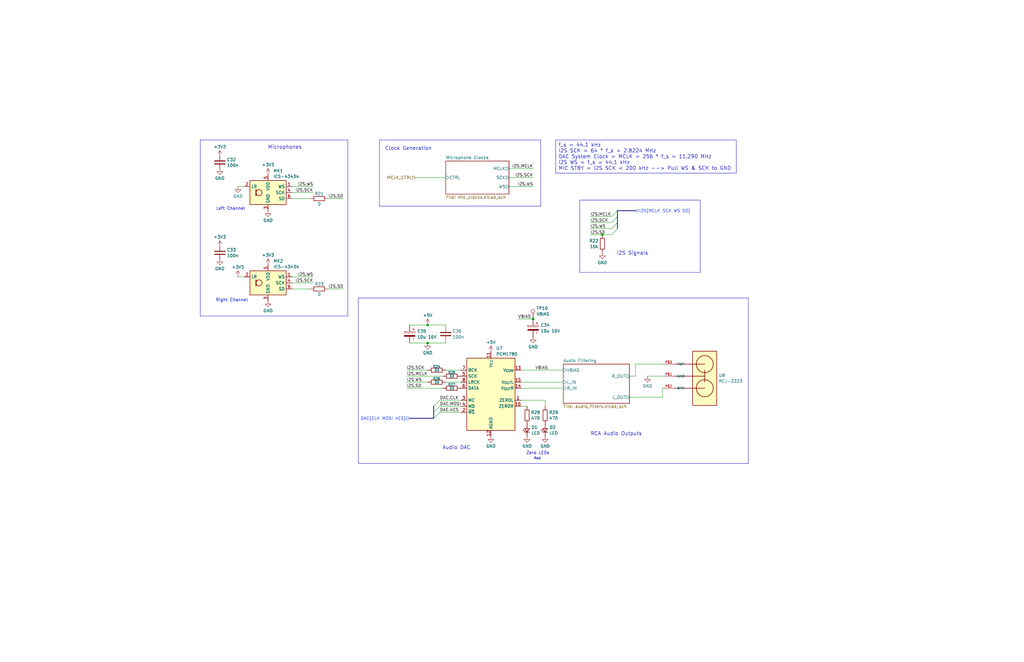
<source format=kicad_sch>
(kicad_sch (version 20231120) (generator "eeschema") (generator_version "8.0")
  (paper "B")
  (title_block (title "Camera Testing Board") (date "2024-10-19") (rev "1") (comment 1 "E. Eidt"))
  (lib_symbols
    (symbol "Audio:PCM1780"
      (property "Reference" "U" (at -9.652 16.764 0))
      (property "Value" "PCM1780" (at 12.192 16.764 0))
      (symbol "PCM1780_1_1"
        (rectangle (start -10.16 15.24) (end 10.16 -15.24) (stroke (width 0.254)) (fill (type background)))
        (pin output line (at 12.7 -2.54 180) (length 2.54) (name "ZEROL") (number "1"))
        (pin no_connect line (at 10.16 -10.16 180) (length 2.54) hide (name "NC") (number "10"))
        (pin power_in line (at 0 17.78 270) (length 2.54) (name "Vcc") (number "11"))
        (pin power_in line (at 0 -17.78 90) (length 2.54) (name "AGND") (number "12"))
        (pin output line (at 12.7 10.16 180) (length 2.54) (name "V_{COM}") (number "13"))
        (pin output line (at 12.7 2.54 180) (length 2.54) (name "V_{OUT}R") (number "14"))
        (pin output line (at 12.7 5.08 180) (length 2.54) (name "V_{OUT}L") (number "15"))
        (pin output line (at 12.7 -5.08 180) (length 2.54) (name "ZEROR") (number "16"))
        (pin input line (at -12.7 -7.62 0) (length 2.54) (name "~{MS}") (number "2"))
        (pin input line (at -12.7 -2.54 0) (length 2.54) (name "MC") (number "3"))
        (pin input line (at -12.7 -5.08 0) (length 2.54) (name "MD") (number "4"))
        (pin input line (at -12.7 7.62 0) (length 2.54) (name "SCK") (number "5"))
        (pin input line (at -12.7 2.54 0) (length 2.54) (name "DATA") (number "6"))
        (pin input line (at -12.7 10.16 0) (length 2.54) (name "BCK") (number "7"))
        (pin input line (at -12.7 5.08 0) (length 2.54) (name "LRCK") (number "8"))
        (pin no_connect line (at 10.16 -12.7 180) (length 2.54) hide (name "NC") (number "9"))
      )
    )
    (symbol "Connector:TestPoint" (pin_numbers hide) (pin_names (offset 0.762) hide)
      (property "Reference" "TP" (at 0 6.858 0))
      (property "Value" "TestPoint" (at 0 5.08 0))
      (symbol "TestPoint_0_1"
        (circle (center 0 3.302) (radius 0.762))
      )
      (symbol "TestPoint_1_1"
        (pin passive line (at 0 0 90) (length 2.54) (name "1") (number "1"))
      )
    )
    (symbol "Device:LED_Small" (pin_numbers hide) (pin_names (offset 0.254) hide)
      (property "Reference" "D" (at -1.27 3.175 0))
      (property "Value" "LED_Small" (at -4.445 -2.54 0))
      (symbol "LED_Small_0_1"
        (polyline (pts (xy -0.762 -1.016) (xy -0.762 1.016)) (stroke (width 0.254)))
        (polyline (pts (xy 1.016 0) (xy -0.762 0)))
        (polyline (pts (xy 0.762 -1.016) (xy -0.762 0) (xy 0.762 1.016) (xy 0.762 -1.016)) (stroke (width 0.254)))
        (polyline (pts (xy 0 0.762) (xy -0.508 1.27) (xy -0.254 1.27) (xy -0.508 1.27) (xy -0.508 1.016)))
        (polyline (pts (xy 0.508 1.27) (xy 0 1.778) (xy 0.254 1.778) (xy 0 1.778) (xy 0 1.524)))
      )
      (symbol "LED_Small_1_1"
        (pin passive line (at -2.54 0 0) (length 1.778) (name "K") (number "1"))
        (pin passive line (at 2.54 0 180) (length 1.778) (name "A") (number "2"))
      )
    )
    (symbol "Dual-RCA:RCJ-2223" (pin_names (offset 1.016))
      (property "Reference" "U" (at 0 0 0))
      (property "Value" "RCJ-2223" (at 0 0 0))
      (symbol "RCJ-2223_0_0"
        (rectangle (start -25.4 -2.1492) (end -15.24 20.7108) (stroke (width 0.254)) (fill (type background)))
        (circle (center -20.32 5.08) (radius 3.5921) (stroke (width 0.254)))
        (circle (center -20.32 15.24) (radius 3.5921) (stroke (width 0.254)))
        (polyline (pts (xy -20.32 5.08) (xy -7.62 5.08)) (stroke (width 0.254)))
        (polyline (pts (xy -20.32 7.62) (xy -20.32 10.16)) (stroke (width 0.254)))
        (polyline (pts (xy -20.32 10.16) (xy -7.62 10.16)) (stroke (width 0.254)))
        (polyline (pts (xy -20.32 12.7) (xy -20.32 10.16)) (stroke (width 0.254)))
        (polyline (pts (xy -20.32 15.24) (xy -7.62 15.24)) (stroke (width 0.254)))
        (pin bidirectional line (at -2.54 5.08 180) (length 5.08) (name "BTM") (number "P$2"))
        (pin bidirectional line (at -2.54 15.24 180) (length 5.08) (name "TOP") (number "P$3"))
      )
      (symbol "RCJ-2223_1_0"
        (pin power_in line (at -2.54 10.16 180) (length 5.08) (name "GND") (number "P$1"))
      )
    )
    (symbol "PCM_SL_Capacitors:100nF_Ceramic"
      (property "Reference" "C" (at 0 6.35 0))
      (property "Value" "100nF_Ceramic" (at 0 3.81 0))
      (symbol "100nF_Ceramic_0_1"
        (rectangle (start -0.762 2.286) (end -0.508 -2.286) (fill (type outline)))
        (rectangle (start 0.508 2.286) (end 0.762 -2.286) (fill (type outline)))
      )
      (symbol "100nF_Ceramic_1_1"
        (pin passive line (at -2.54 0 0) (length 2) (name "~") (number "1"))
        (pin input line (at 2.54 0 180) (length 2) (name "~") (number "2"))
      )
    )
    (symbol "PCM_SL_Capacitors:10uF_16V"
      (property "Reference" "C" (at 0 7.62 0))
      (property "Value" "10uF_16V" (at 0 5.08 0))
      (symbol "10uF_16V_0_0"
        (text "+" (at -2.032 1.524 0) (effects (font (size 1.27 1.27))))
        (text "-" (at 2.032 1.524 0) (effects (font (size 1.27 1.27))))
      )
      (symbol "10uF_16V_0_1"
        (rectangle (start -1.016 -2.286) (end -0.508 2.286))
        (rectangle (start 0.508 -2.286) (end 1.016 2.286) (fill (type outline)))
      )
      (symbol "10uF_16V_1_1"
        (pin passive line (at -3.81 0 0) (length 2.7) (name "~") (number "1"))
        (pin input line (at 3.81 0 180) (length 2.7) (name "~") (number "2"))
      )
    )
    (symbol "PCM_SL_Resistors:0ohm"
      (property "Reference" "R" (at 0 5.08 0))
      (property "Value" "0ohm" (at 0 2.54 0))
      (symbol "0ohm_0_1"
        (rectangle (start -2.286 0.889) (end 2.286 -0.889) (stroke (width 0.24)))
      )
      (symbol "0ohm_1_1"
        (pin passive line (at -3.81 0 0) (length 1.5) (name "") (number "1"))
        (pin passive line (at 3.81 0 180) (length 1.5) (name "~") (number "2"))
      )
    )
    (symbol "PCM_SL_Resistors:10k"
      (property "Reference" "R" (at 0 5.08 0))
      (property "Value" "10k" (at 0 2.54 0))
      (symbol "10k_0_1"
        (rectangle (start -2.286 0.889) (end 2.286 -0.889) (stroke (width 0.24)))
      )
      (symbol "10k_1_1"
        (pin passive line (at -3.81 0 0) (length 1.5) (name "") (number "1"))
        (pin passive line (at 3.81 0 180) (length 1.5) (name "~") (number "2"))
      )
    )
    (symbol "PCM_SL_Resistors:33ohm"
      (property "Reference" "R" (at 0 5.08 0))
      (property "Value" "33ohm" (at 0 2.54 0))
      (symbol "33ohm_0_1"
        (rectangle (start -2.286 0.889) (end 2.286 -0.889) (stroke (width 0.24)))
      )
      (symbol "33ohm_1_1"
        (pin passive line (at -3.81 0 0) (length 1.5) (name "") (number "1"))
        (pin passive line (at 3.81 0 180) (length 1.5) (name "~") (number "2"))
      )
    )
    (symbol "PCM_SL_Resistors:470ohm"
      (property "Reference" "R" (at 0 5.08 0))
      (property "Value" "470ohm" (at 0 2.54 0))
      (symbol "470ohm_0_1"
        (rectangle (start -2.286 0.889) (end 2.286 -0.889) (stroke (width 0.24)))
      )
      (symbol "470ohm_1_1"
        (pin passive line (at -3.81 0 0) (length 1.5) (name "") (number "1"))
        (pin passive line (at 3.81 0 180) (length 1.5) (name "~") (number "2"))
      )
    )
    (symbol "Sensor_Audio:ICS-43434"
      (property "Reference" "MK" (at -7.62 6.35 0))
      (property "Value" "ICS-43434" (at 1.27 6.35 0))
      (symbol "ICS-43434_1_1"
        (rectangle (start -7.62 5.08) (end 7.62 -5.08) (stroke (width 0.254)) (fill (type background)))
        (circle (center -3.81 0) (radius 1.27) (stroke (width 0.254)))
        (polyline (pts (xy -5.08 1.27) (xy -5.08 -1.27)) (stroke (width 0.381)))
        (pin input line (at 10.16 2.54 180) (length 2.54) (name "WS") (number "1"))
        (pin input line (at -10.16 2.54 0) (length 2.54) (name "LR") (number "2"))
        (pin power_in line (at 0 -7.62 90) (length 2.54) (name "GND") (number "3"))
        (pin input line (at 10.16 0 180) (length 2.54) (name "SCK") (number "4"))
        (pin power_in line (at 0 7.62 270) (length 2.54) (name "VDD") (number "5"))
        (pin output line (at 10.16 -2.54 180) (length 2.54) (name "SD") (number "6"))
      )
    )
    (symbol "power:+3V3" (power) (pin_numbers hide) (pin_names (offset 0) hide)
      (property "Value" "+3V3" (at 0 3.556 0))
      (symbol "+3V3_0_1"
        (polyline (pts (xy -0.762 1.27) (xy 0 2.54)))
        (polyline (pts (xy 0 0) (xy 0 2.54)))
        (polyline (pts (xy 0 2.54) (xy 0.762 1.27)))
      )
      (symbol "+3V3_1_1"
        (pin power_in line (at 0 0 90) (length 0) (name "~") (number "1"))
      )
    )
    (symbol "power:+5V" (power) (pin_numbers hide) (pin_names (offset 0) hide)
      (property "Value" "+5V" (at 0 3.556 0))
      (symbol "+5V_0_1"
        (polyline (pts (xy -0.762 1.27) (xy 0 2.54)))
        (polyline (pts (xy 0 0) (xy 0 2.54)))
        (polyline (pts (xy 0 2.54) (xy 0.762 1.27)))
      )
      (symbol "+5V_1_1"
        (pin power_in line (at 0 0 90) (length 0) (name "~") (number "1"))
      )
    )
    (symbol "power:GND" (power) (pin_numbers hide) (pin_names (offset 0) hide)
      (property "Value" "GND" (at 0 -3.81 0))
      (symbol "GND_0_1"
        (polyline (pts (xy 0 0) (xy 0 -1.27) (xy 1.27 -1.27) (xy 0 -2.54) (xy -1.27 -1.27) (xy 0 -1.27)))
      )
      (symbol "GND_1_1"
        (pin power_in line (at 0 0 270) (length 0) (name "~") (number "1"))
      )
    )
  )
  (junction (at 254 99.06))
  (junction (at 180.34 144.78))
  (junction (at 224.79 134.62))
  (junction (at 180.34 137.16))
  (bus_entry (at 260.35 88.9) (size -2.54 2.54))
  (bus_entry (at 260.35 91.44) (size -2.54 2.54))
  (bus_entry (at 260.35 96.52) (size -2.54 2.54))
  (bus_entry (at 182.88 173.99) (size 2.54 -2.54))
  (bus_entry (at 182.88 176.53) (size 2.54 -2.54))
  (bus_entry (at 182.88 171.45) (size 2.54 -2.54))
  (bus_entry (at 260.35 93.98) (size -2.54 2.54))
  (wire (pts (xy 123.19 81.28) (xy 132.08 81.28)))
  (wire (pts (xy 267.97 153.67) (xy 279.4 153.67)))
  (wire (pts (xy 257.81 96.52) (xy 248.92 96.52)))
  (wire (pts (xy 180.34 137.16) (xy 187.96 137.16)))
  (wire (pts (xy 248.92 93.98) (xy 257.81 93.98)))
  (wire (pts (xy 214.63 71.12) (xy 224.79 71.12)))
  (bus (pts (xy 260.35 88.9) (xy 267.97 88.9)))
  (wire (pts (xy 175.26 74.93) (xy 187.96 74.93)))
  (wire (pts (xy 267.97 158.75) (xy 267.97 153.67)))
  (wire (pts (xy 171.45 163.83) (xy 186.69 163.83)))
  (wire (pts (xy 265.43 167.64) (xy 279.4 167.64)))
  (wire (pts (xy 172.72 137.16) (xy 180.34 137.16)))
  (wire (pts (xy 187.96 143.51) (xy 187.96 144.78)))
  (wire (pts (xy 172.72 144.78) (xy 180.34 144.78)))
  (wire (pts (xy 219.71 156.21) (xy 237.49 156.21)))
  (wire (pts (xy 123.19 116.84) (xy 132.08 116.84)))
  (wire (pts (xy 214.63 78.74) (xy 224.79 78.74)))
  (wire (pts (xy 185.42 171.45) (xy 194.31 171.45)))
  (bus (pts (xy 260.35 96.52) (xy 260.35 93.98)))
  (wire (pts (xy 219.71 171.45) (xy 222.25 171.45)))
  (wire (pts (xy 171.45 156.21) (xy 180.34 156.21)))
  (wire (pts (xy 185.42 168.91) (xy 194.31 168.91)))
  (wire (pts (xy 254 99.06) (xy 248.92 99.06)))
  (wire (pts (xy 187.96 137.16) (xy 187.96 138.43)))
  (wire (pts (xy 219.71 161.29) (xy 237.49 161.29)))
  (bus (pts (xy 260.35 91.44) (xy 260.35 88.9)))
  (wire (pts (xy 171.45 158.75) (xy 186.69 158.75)))
  (bus (pts (xy 182.88 173.99) (xy 182.88 176.53)))
  (wire (pts (xy 219.71 163.83) (xy 237.49 163.83)))
  (wire (pts (xy 229.87 168.91) (xy 229.87 171.45)))
  (wire (pts (xy 180.34 144.78) (xy 187.96 144.78)))
  (bus (pts (xy 172.72 176.53) (xy 182.88 176.53)))
  (wire (pts (xy 257.81 99.06) (xy 254 99.06)))
  (wire (pts (xy 218.44 134.62) (xy 224.79 134.62)))
  (wire (pts (xy 123.19 83.82) (xy 130.81 83.82)))
  (wire (pts (xy 123.19 119.38) (xy 132.08 119.38)))
  (wire (pts (xy 273.05 158.75) (xy 279.4 158.75)))
  (bus (pts (xy 182.88 171.45) (xy 182.88 173.99)))
  (wire (pts (xy 248.92 91.44) (xy 257.81 91.44)))
  (wire (pts (xy 123.19 78.74) (xy 132.08 78.74)))
  (wire (pts (xy 138.43 83.82) (xy 144.78 83.82)))
  (wire (pts (xy 214.63 74.93) (xy 224.79 74.93)))
  (wire (pts (xy 265.43 158.75) (xy 267.97 158.75)))
  (wire (pts (xy 138.43 121.92) (xy 144.78 121.92)))
  (wire (pts (xy 185.42 173.99) (xy 194.31 173.99)))
  (wire (pts (xy 187.96 156.21) (xy 194.31 156.21)))
  (wire (pts (xy 123.19 121.92) (xy 130.81 121.92)))
  (wire (pts (xy 279.4 163.83) (xy 279.4 167.64)))
  (wire (pts (xy 171.45 161.29) (xy 180.34 161.29)))
  (wire (pts (xy 100.33 78.74) (xy 102.87 78.74)))
  (wire (pts (xy 219.71 168.91) (xy 229.87 168.91)))
  (wire (pts (xy 100.33 116.84) (xy 102.87 116.84)))
  (wire (pts (xy 187.96 161.29) (xy 194.31 161.29)))
  (bus (pts (xy 260.35 93.98) (xy 260.35 91.44)))
  (rectangle (start 160.02 59.055) (end 227.965 86.995))
  (rectangle (start 151.13 125.73) (end 315.595 195.58))
  (rectangle (start 84.455 59.055) (end 146.685 133.35))
  (rectangle (start 244.475 84.455) (end 295.275 114.935))
  (text_box "f_s = 44.1 kHz\nI2S SCK = 64 * f_s = 2.8224 MHz\nDAC System Clock = MCLK = 256 * f_s = 11.290 MHz\nI2S WS = f_s = 44.1 kHz\nMIC STBY = I2S SCK < 200 kHz --> Pull WS & SCK to GND" (at 234.315 59.055 0) (size 76.2 13.97) (effects (font (size 1.524 1.524)) (justify left top)))
  (text "Right Channel" (at 97.79 126.746 0) (effects (font (size 1.27 1.27))))
  (text "Left Channel" (at 97.282 88.138 0) (effects (font (size 1.27 1.27))))
  (text "Audio DAC" (at 192.532 188.976 0) (effects (font (size 1.524 1.524))))
  (text "Red" (at 226.568 193.548 0) (effects (font (size 1.016 1.016))))
  (text "I2S Signals" (at 266.7 106.934 0) (effects (font (size 1.524 1.524))))
  (text "Microphones" (at 120.142 62.23 0) (effects (font (size 1.524 1.524))))
  (text "RCA Audio Outputs" (at 259.842 183.134 0) (effects (font (size 1.524 1.524))))
  (text "Clock Generation" (at 172.212 62.738 0) (effects (font (size 1.524 1.524))))
  (text "Zero LEDs" (at 226.822 191.262 0) (effects (font (size 1.27 1.27))))
  (label "I2S.WS" (at 171.45 161.29 0))
  (label "DAC.MOSI" (at 185.42 171.45 0))
  (label "I2S.MCLK" (at 224.79 71.12 180))
  (label "I2S.WS" (at 248.92 96.52 0))
  (label "DAC.nCS" (at 185.42 173.99 0))
  (label "I2S.WS" (at 132.08 78.74 180))
  (label "VBIAS" (at 231.14 156.21 180))
  (label "I2S.SCK" (at 248.92 93.98 0))
  (label "I2S.MCLK" (at 171.45 158.75 0))
  (label "I2S.SCK" (at 132.08 81.28 180))
  (label "I2S.SCK" (at 132.08 119.38 180))
  (label "I2S.WS" (at 224.79 78.74 180))
  (label "I2S.SD" (at 144.78 83.82 180))
  (label "I2S.SCK" (at 171.45 156.21 0))
  (label "I2S.SD" (at 171.45 163.83 0))
  (label "VBIAS" (at 218.44 134.62 0))
  (label "I2S.MCLK" (at 248.92 91.44 0))
  (label "I2S.SD" (at 144.78 121.92 180))
  (label "I2S.WS" (at 132.08 116.84 180))
  (label "I2S.SCK" (at 224.79 74.93 180))
  (label "DAC.CLK" (at 185.42 168.91 0))
  (label "I2S.SD" (at 248.92 99.06 0))
  (hierarchical_label "I2S{MCLK SCK WS SD}" (shape bidirectional) (at 267.97 88.9 0))
  (hierarchical_label "MCLK_CTRL" (shape input) (at 175.26 74.93 180))
  (hierarchical_label "DAC{CLK MOSI nCS}" (shape input) (at 172.72 176.53 180))
  (symbol (lib_id "power:+5V") (at 207.01 148.59 0) (unit 1)
    (property "Reference" "#PWR070" (effects (hide yes)))
    (property "Value" "+5V" (at 207.01 144.4569 0))
    (property "Description" "Power symbol creates a global label with name \"+5V\"" (effects (hide yes)))
  )
  (symbol (lib_id "power:GND") (at 207.01 184.15 0) (unit 1)
    (property "Reference" "#PWR072" (effects (hide yes)))
    (property "Value" "GND" (at 207.01 188.2831 0))
    (property "Description" "Power symbol creates a global label with name \"GND\" , ground" (effects (hide yes)))
  )
  (symbol (lib_id "power:+3V3") (at 113.03 73.66 0) (unit 1)
    (property "Reference" "#PWR058" (effects (hide yes)))
    (property "Value" "+3V3" (at 113.03 69.5269 0))
    (property "Description" "Power symbol creates a global label with name \"+3V3\"" (effects (hide yes)))
  )
  (symbol (lib_id "power:+3V3") (at 92.71 104.14 0) (unit 1)
    (property "Reference" "#PWR061" (effects (hide yes)))
    (property "Value" "+3V3" (at 92.71 100.0069 0))
    (property "Description" "Power symbol creates a global label with name \"+3V3\"" (effects (hide yes)))
  )
  (symbol (lib_id "PCM_SL_Resistors:0ohm") (at 134.62 83.82 0) (unit 1)
    (property "Reference" "R21" (at 134.62 81.788 0))
    (property "Value" "0" (at 134.62 86.106 0))
    (property "Footprint" "Resistor_SMD:R_0603_1608Metric" (effects (hide yes)))
    (property "Description" "0Ω, 1/4W Resistor" (effects (hide yes)))
  )
  (symbol (lib_id "Device:LED_Small") (at 229.87 181.61 90) (unit 1)
    (property "Reference" "D2" (at 231.648 180.3343 90) (effects (justify right)))
    (property "Value" "LED" (at 231.648 182.7586 90) (effects (justify right)))
    (property "Footprint" "LED_SMD:LED_0603_1608Metric" (effects (hide yes)))
    (property "Description" "Light emitting diode, small symbol" (effects (hide yes)))
  )
  (symbol (lib_id "PCM_SL_Resistors:470ohm") (at 222.25 175.26 90) (unit 1)
    (property "Reference" "R28" (at 223.894 174.0478 90) (effects (justify right)))
    (property "Value" "470" (at 223.894 176.4721 90) (effects (justify right)))
    (property "Footprint" "Resistor_SMD:R_0603_1608Metric" (effects (hide yes)))
    (property "Description" "470Ω, 1/4W Resistor" (effects (hide yes)))
  )
  (symbol (lib_id "Sensor_Audio:ICS-43434") (at 113.03 119.38 0) (unit 1)
    (property "Reference" "MK2" (at 115.2241 110.1555 0) (effects (justify left)))
    (property "Value" "ICS-43434" (at 115.2241 112.5798 0) (effects (justify left)))
    (property "Footprint" "Sensor_Audio:InvenSense_ICS-43434-6_3.5x2.65mm" (effects (hide yes)))
    (property "Datasheet" "https://www.invensense.com/wp-content/uploads/2016/02/DS-000069-ICS-43434-v1.2.pdf" (effects (hide yes)))
    (property "Description" "TDK InvenSense MEMS Microphone, 24-bit I2S, 65 dBA SNR, LGA-6" (effects (hide yes)))
  )
  (symbol (lib_id "power:+3V3") (at 113.03 111.76 0) (unit 1)
    (property "Reference" "#PWR064" (effects (hide yes)))
    (property "Value" "+3V3" (at 113.03 107.6269 0))
    (property "Description" "Power symbol creates a global label with name \"+3V3\"" (effects (hide yes)))
  )
  (symbol (lib_id "power:GND") (at 229.87 184.15 0) (unit 1)
    (property "Reference" "#PWR074" (effects (hide yes)))
    (property "Value" "GND" (at 229.87 188.2831 0))
    (property "Description" "Power symbol creates a global label with name \"GND\" , ground" (effects (hide yes)))
  )
  (symbol (lib_id "power:+3V3") (at 100.33 116.84 0) (unit 1)
    (property "Reference" "#PWR065" (effects (hide yes)))
    (property "Value" "+3V3" (at 100.33 112.7069 0))
    (property "Description" "Power symbol creates a global label with name \"+3V3\"" (effects (hide yes)))
  )
  (symbol (lib_id "Dual-RCA:RCJ-2223") (at 276.86 168.91 0) (mirror y) (unit 1)
    (property "Reference" "U8" (at 303.022 158.417 0) (effects (justify right)))
    (property "Value" "RCJ-2223" (at 303.022 160.8413 0) (effects (justify right)))
    (property "Footprint" "Dual-RCA:DUALRCA" (effects (hide yes)))
  )
  (symbol (lib_id "power:GND") (at 113.03 127 0) (unit 1)
    (property "Reference" "#PWR066" (effects (hide yes)))
    (property "Value" "GND" (at 113.03 131.1331 0))
    (property "Description" "Power symbol creates a global label with name \"GND\" , ground" (effects (hide yes)))
  )
  (symbol (lib_id "power:GND") (at 92.71 109.22 0) (unit 1)
    (property "Reference" "#PWR063" (effects (hide yes)))
    (property "Value" "GND" (at 92.71 113.3531 0))
    (property "Description" "Power symbol creates a global label with name \"GND\" , ground" (effects (hide yes)))
  )
  (symbol (lib_id "PCM_SL_Capacitors:10uF_16V") (at 172.72 140.97 270) (unit 1)
    (property "Reference" "C35" (at 175.9006 139.7578 90) (effects (justify left)))
    (property "Value" "10u 16V" (at 175.9006 142.1821 90) (effects (justify left)))
    (property "Footprint" "Capacitor_Tantalum_SMD:CP_EIA-3216-18_Kemet-A" (effects (hide yes)))
    (property "Description" "10uF, 16V Electrolytic Capacitor" (effects (hide yes)))
  )
  (symbol (lib_id "PCM_SL_Resistors:0ohm") (at 134.62 121.92 0) (unit 1)
    (property "Reference" "R23" (at 134.62 119.888 0))
    (property "Value" "0" (at 134.62 124.206 0))
    (property "Footprint" "Resistor_SMD:R_0603_1608Metric" (effects (hide yes)))
    (property "Description" "0Ω, 1/4W Resistor" (effects (hide yes)))
  )
  (symbol (lib_id "Connector:TestPoint") (at 224.79 134.62 0) (unit 1)
    (property "Reference" "TP10" (at 226.187 130.1058 0) (effects (justify left)))
    (property "Value" "VBIAS" (at 226.187 132.5301 0) (effects (justify left)))
    (property "Footprint" "TestPoint:TestPoint_Keystone_5000-5004_Miniature" (effects (hide yes)))
    (property "Description" "test point" (effects (hide yes)))
  )
  (symbol (lib_id "PCM_SL_Capacitors:10uF_16V") (at 224.79 138.43 270) (unit 1)
    (property "Reference" "C34" (at 227.9706 137.2178 90) (effects (justify left)))
    (property "Value" "10u 16V" (at 227.9706 139.6421 90) (effects (justify left)))
    (property "Footprint" "Capacitor_Tantalum_SMD:CP_EIA-3216-18_Kemet-A" (effects (hide yes)))
    (property "Description" "10uF, 16V Electrolytic Capacitor" (effects (hide yes)))
  )
  (symbol (lib_id "PCM_SL_Capacitors:100nF_Ceramic") (at 187.96 140.97 90) (unit 1)
    (property "Reference" "C36" (at 190.754 139.7 90) (effects (justify right)))
    (property "Value" "100n" (at 190.754 142.24 90) (effects (justify right)))
    (property "Footprint" "Capacitor_SMD:C_0603_1608Metric" (effects (hide yes)))
    (property "Description" "100nF Ceramic Capacitor" (effects (hide yes)))
  )
  (symbol (lib_id "Audio:PCM1780") (at 207.01 166.37 0) (unit 1)
    (property "Reference" "U7" (at 209.2041 146.9855 0) (effects (justify left)))
    (property "Value" "PCM1780" (at 209.2041 149.4098 0) (effects (justify left)))
    (property "Footprint" "Package_SO:SSOP-16_3.9x4.9mm_P0.635mm" (effects (hide yes)))
    (property "Datasheet" "https://www.ti.com/lit/ds/symlink/pcm1780.pdf" (effects (hide yes)))
    (property "Description" "24-bit, 192-kHz sampling, Stereo Audio DAC, SSOP-16" (effects (hide yes)))
  )
  (symbol (lib_id "power:GND") (at 92.71 71.12 0) (unit 1)
    (property "Reference" "#PWR057" (effects (hide yes)))
    (property "Value" "GND" (at 92.71 75.2531 0))
    (property "Description" "Power symbol creates a global label with name \"GND\" , ground" (effects (hide yes)))
  )
  (symbol (lib_id "Device:LED_Small") (at 222.25 181.61 90) (unit 1)
    (property "Reference" "D1" (at 224.028 180.3343 90) (effects (justify right)))
    (property "Value" "LED" (at 224.028 182.7586 90) (effects (justify right)))
    (property "Footprint" "LED_SMD:LED_0603_1608Metric" (effects (hide yes)))
    (property "Description" "Light emitting diode, small symbol" (effects (hide yes)))
  )
  (symbol (lib_id "PCM_SL_Capacitors:100nF_Ceramic") (at 92.71 68.58 90) (unit 1)
    (property "Reference" "C32" (at 95.631 67.3678 90) (effects (justify right)))
    (property "Value" "100n" (at 95.631 69.7921 90) (effects (justify right)))
    (property "Footprint" "Capacitor_SMD:C_0603_1608Metric" (effects (hide yes)))
    (property "Description" "100nF Ceramic Capacitor" (effects (hide yes)))
  )
  (symbol (lib_id "power:+3V3") (at 92.71 66.04 0) (unit 1)
    (property "Reference" "#PWR056" (effects (hide yes)))
    (property "Value" "+3V3" (at 92.71 61.9069 0))
    (property "Description" "Power symbol creates a global label with name \"+3V3\"" (effects (hide yes)))
  )
  (symbol (lib_id "power:GND") (at 254 106.68 0) (mirror y) (unit 1)
    (property "Reference" "#PWR062" (effects (hide yes)))
    (property "Value" "GND" (at 254 110.8131 0))
    (property "Description" "Power symbol creates a global label with name \"GND\" , ground" (effects (hide yes)))
  )
  (symbol (lib_id "PCM_SL_Capacitors:100nF_Ceramic") (at 92.71 106.68 90) (unit 1)
    (property "Reference" "C33" (at 95.631 105.4678 90) (effects (justify right)))
    (property "Value" "100n" (at 95.631 107.8921 90) (effects (justify right)))
    (property "Footprint" "Capacitor_SMD:C_0603_1608Metric" (effects (hide yes)))
    (property "Description" "100nF Ceramic Capacitor" (effects (hide yes)))
  )
  (symbol (lib_id "power:GND") (at 180.34 144.78 0) (unit 1)
    (property "Reference" "#PWR069" (effects (hide yes)))
    (property "Value" "GND" (at 180.34 148.9131 0))
    (property "Description" "Power symbol creates a global label with name \"GND\" , ground" (effects (hide yes)))
  )
  (symbol (lib_id "PCM_SL_Resistors:33ohm") (at 190.5 163.83 0) (unit 1)
    (property "Reference" "R27" (at 190.5 162.306 0) (effects (font (size 1.016 1.016))))
    (property "Value" "33" (at 190.5 163.83 0) (effects (font (size 1.016 1.016))))
    (property "Footprint" "Resistor_SMD:R_0402_1005Metric" (effects (hide yes)))
    (property "Description" "33Ω, 1/4W Resistor" (effects (hide yes)))
  )
  (symbol (lib_id "power:GND") (at 224.79 142.24 0) (unit 1)
    (property "Reference" "#PWR068" (effects (hide yes)))
    (property "Value" "GND" (at 224.79 146.3731 0))
    (property "Description" "Power symbol creates a global label with name \"GND\" , ground" (effects (hide yes)))
  )
  (symbol (lib_id "power:GND") (at 113.03 88.9 0) (unit 1)
    (property "Reference" "#PWR060" (effects (hide yes)))
    (property "Value" "GND" (at 113.03 93.0331 0))
    (property "Description" "Power symbol creates a global label with name \"GND\" , ground" (effects (hide yes)))
  )
  (symbol (lib_id "Sensor_Audio:ICS-43434") (at 113.03 81.28 0) (unit 1)
    (property "Reference" "MK1" (at 115.2241 72.0555 0) (effects (justify left)))
    (property "Value" "ICS-43434" (at 115.2241 74.4798 0) (effects (justify left)))
    (property "Footprint" "Sensor_Audio:InvenSense_ICS-43434-6_3.5x2.65mm" (effects (hide yes)))
    (property "Datasheet" "https://www.invensense.com/wp-content/uploads/2016/02/DS-000069-ICS-43434-v1.2.pdf" (effects (hide yes)))
    (property "Description" "TDK InvenSense MEMS Microphone, 24-bit I2S, 65 dBA SNR, LGA-6" (effects (hide yes)))
  )
  (symbol (lib_id "PCM_SL_Resistors:33ohm") (at 190.5 158.75 0) (unit 1)
    (property "Reference" "R25" (at 190.5 157.226 0) (effects (font (size 1.016 1.016))))
    (property "Value" "33" (at 190.5 158.75 0) (effects (font (size 1.016 1.016))))
    (property "Footprint" "Resistor_SMD:R_0402_1005Metric" (effects (hide yes)))
    (property "Description" "33Ω, 1/4W Resistor" (effects (hide yes)))
  )
  (symbol (lib_id "PCM_SL_Resistors:470ohm") (at 229.87 175.26 90) (unit 1)
    (property "Reference" "R29" (at 231.514 174.0478 90) (effects (justify right)))
    (property "Value" "470" (at 231.514 176.4721 90) (effects (justify right)))
    (property "Footprint" "Resistor_SMD:R_0603_1608Metric" (effects (hide yes)))
    (property "Description" "470Ω, 1/4W Resistor" (effects (hide yes)))
  )
  (symbol (lib_id "power:GND") (at 100.33 78.74 0) (unit 1)
    (property "Reference" "#PWR059" (effects (hide yes)))
    (property "Value" "GND" (at 100.33 82.8731 0))
    (property "Description" "Power symbol creates a global label with name \"GND\" , ground" (effects (hide yes)))
  )
  (symbol (lib_id "power:GND") (at 222.25 184.15 0) (unit 1)
    (property "Reference" "#PWR073" (effects (hide yes)))
    (property "Value" "GND" (at 222.25 188.2831 0))
    (property "Description" "Power symbol creates a global label with name \"GND\" , ground" (effects (hide yes)))
  )
  (symbol (lib_id "power:+5V") (at 180.34 137.16 0) (unit 1)
    (property "Reference" "#PWR067" (effects (hide yes)))
    (property "Value" "+5V" (at 180.34 133.0269 0))
    (property "Description" "Power symbol creates a global label with name \"+5V\"" (effects (hide yes)))
  )
  (symbol (lib_id "PCM_SL_Resistors:10k") (at 254 102.87 270) (mirror x) (unit 1)
    (property "Reference" "R22" (at 252.356 101.6578 90) (effects (justify right)))
    (property "Value" "10k" (at 252.356 104.0821 90) (effects (justify right)))
    (property "Footprint" "Resistor_SMD:R_0603_1608Metric" (effects (hide yes)))
    (property "Description" "10kΩ, 1/4W Resistor" (effects (hide yes)))
  )
  (symbol (lib_id "PCM_SL_Resistors:33ohm") (at 184.15 161.29 0) (unit 1)
    (property "Reference" "R26" (at 184.15 159.766 0) (effects (font (size 1.016 1.016))))
    (property "Value" "33" (at 184.15 161.29 0) (effects (font (size 1.016 1.016))))
    (property "Footprint" "Resistor_SMD:R_0402_1005Metric" (effects (hide yes)))
    (property "Description" "33Ω, 1/4W Resistor" (effects (hide yes)))
  )
  (symbol (lib_id "PCM_SL_Resistors:33ohm") (at 184.15 156.21 0) (unit 1)
    (property "Reference" "R24" (at 184.15 154.686 0) (effects (font (size 1.016 1.016))))
    (property "Value" "33" (at 184.15 156.21 0) (effects (font (size 1.016 1.016))))
    (property "Footprint" "Resistor_SMD:R_0402_1005Metric" (effects (hide yes)))
    (property "Description" "33Ω, 1/4W Resistor" (effects (hide yes)))
  )
  (symbol (lib_id "power:GND") (at 273.05 158.75 0) (unit 1)
    (property "Reference" "#PWR071" (effects (hide yes)))
    (property "Value" "GND" (at 273.05 162.8831 0))
    (property "Description" "Power symbol creates a global label with name \"GND\" , ground" (effects (hide yes)))
  )
  (sheet (at 187.96 67.945) (size 26.67 13.97) (stroke (width 0.1524))
    (property "Sheetname" "Microphone Clocks" (at 187.96 67.2334 0) (effects (justify left bottom)))
    (property "Sheetfile" "mic_clocks.kicad_sch" (at 187.96 82.4996 0) (effects (justify left top)))
    (pin "CTRL" input (at 187.96 74.93 180))
    (pin "MCLK" output (at 214.63 71.12 0))
    (pin "SCK" output (at 214.63 74.93 0))
    (pin "WS" output (at 214.63 78.74 0))
  )
  (sheet (at 237.49 153.67) (size 27.94 16.51) (stroke (width 0.1524))
    (property "Sheetname" "Audio Filtering" (at 237.49 152.9584 0) (effects (justify left bottom)))
    (property "Sheetfile" "audio_filters.kicad_sch" (at 237.49 170.7646 0) (effects (justify left top)))
    (pin "L_OUT" output (at 265.43 167.64 0))
    (pin "R_OUT" output (at 265.43 158.75 0))
    (pin "VBIAS" input (at 237.49 156.21 180))
    (pin "L_IN" input (at 237.49 161.29 180))
    (pin "R_IN" input (at 237.49 163.83 180))
  )
)
</source>
